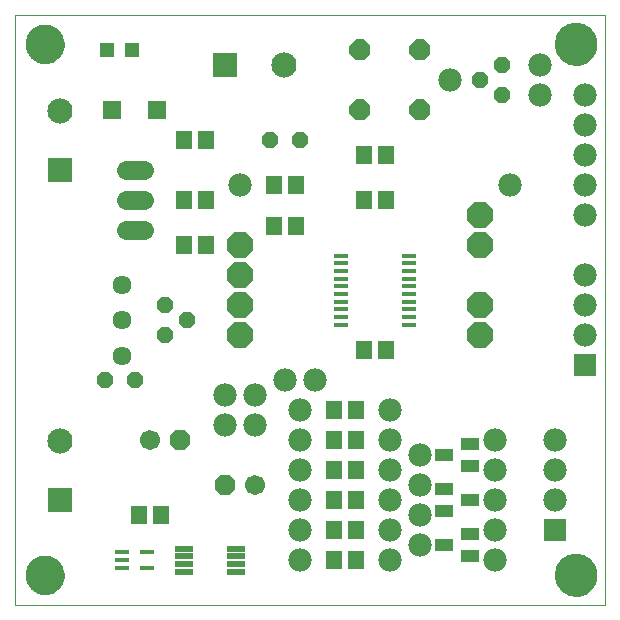
<source format=gts>
G75*
G70*
%OFA0B0*%
%FSLAX24Y24*%
%IPPOS*%
%LPD*%
%AMOC8*
5,1,8,0,0,1.08239X$1,22.5*
%
%ADD10C,0.0000*%
%ADD11C,0.1300*%
%ADD12C,0.1418*%
%ADD13R,0.0512X0.0158*%
%ADD14OC8,0.0700*%
%ADD15R,0.0512X0.0512*%
%ADD16R,0.0552X0.0631*%
%ADD17OC8,0.0560*%
%ADD18OC8,0.0890*%
%ADD19R,0.0600X0.0210*%
%ADD20R,0.0500X0.0180*%
%ADD21R,0.0840X0.0840*%
%ADD22C,0.0840*%
%ADD23OC8,0.0670*%
%ADD24C,0.0670*%
%ADD25R,0.0780X0.0780*%
%ADD26C,0.0780*%
%ADD27C,0.0640*%
%ADD28R,0.0591X0.0591*%
%ADD29C,0.0634*%
%ADD30R,0.0591X0.0434*%
D10*
X002125Y000100D02*
X002125Y019785D01*
X021810Y019785D01*
X021810Y000100D01*
X002125Y000100D01*
X002495Y001100D02*
X002497Y001150D01*
X002503Y001200D01*
X002513Y001249D01*
X002527Y001297D01*
X002544Y001344D01*
X002565Y001389D01*
X002590Y001433D01*
X002618Y001474D01*
X002650Y001513D01*
X002684Y001550D01*
X002721Y001584D01*
X002761Y001614D01*
X002803Y001641D01*
X002847Y001665D01*
X002893Y001686D01*
X002940Y001702D01*
X002988Y001715D01*
X003038Y001724D01*
X003087Y001729D01*
X003138Y001730D01*
X003188Y001727D01*
X003237Y001720D01*
X003286Y001709D01*
X003334Y001694D01*
X003380Y001676D01*
X003425Y001654D01*
X003468Y001628D01*
X003509Y001599D01*
X003548Y001567D01*
X003584Y001532D01*
X003616Y001494D01*
X003646Y001454D01*
X003673Y001411D01*
X003696Y001367D01*
X003715Y001321D01*
X003731Y001273D01*
X003743Y001224D01*
X003751Y001175D01*
X003755Y001125D01*
X003755Y001075D01*
X003751Y001025D01*
X003743Y000976D01*
X003731Y000927D01*
X003715Y000879D01*
X003696Y000833D01*
X003673Y000789D01*
X003646Y000746D01*
X003616Y000706D01*
X003584Y000668D01*
X003548Y000633D01*
X003509Y000601D01*
X003468Y000572D01*
X003425Y000546D01*
X003380Y000524D01*
X003334Y000506D01*
X003286Y000491D01*
X003237Y000480D01*
X003188Y000473D01*
X003138Y000470D01*
X003087Y000471D01*
X003038Y000476D01*
X002988Y000485D01*
X002940Y000498D01*
X002893Y000514D01*
X002847Y000535D01*
X002803Y000559D01*
X002761Y000586D01*
X002721Y000616D01*
X002684Y000650D01*
X002650Y000687D01*
X002618Y000726D01*
X002590Y000767D01*
X002565Y000811D01*
X002544Y000856D01*
X002527Y000903D01*
X002513Y000951D01*
X002503Y001000D01*
X002497Y001050D01*
X002495Y001100D01*
X020136Y001100D02*
X020138Y001152D01*
X020144Y001204D01*
X020154Y001255D01*
X020167Y001305D01*
X020185Y001355D01*
X020206Y001402D01*
X020230Y001448D01*
X020259Y001492D01*
X020290Y001534D01*
X020324Y001573D01*
X020361Y001610D01*
X020401Y001643D01*
X020444Y001674D01*
X020488Y001701D01*
X020534Y001725D01*
X020583Y001745D01*
X020632Y001761D01*
X020683Y001774D01*
X020734Y001783D01*
X020786Y001788D01*
X020838Y001789D01*
X020890Y001786D01*
X020942Y001779D01*
X020993Y001768D01*
X021043Y001754D01*
X021092Y001735D01*
X021139Y001713D01*
X021184Y001688D01*
X021228Y001659D01*
X021269Y001627D01*
X021308Y001592D01*
X021343Y001554D01*
X021376Y001513D01*
X021406Y001471D01*
X021432Y001426D01*
X021455Y001379D01*
X021474Y001330D01*
X021490Y001280D01*
X021502Y001230D01*
X021510Y001178D01*
X021514Y001126D01*
X021514Y001074D01*
X021510Y001022D01*
X021502Y000970D01*
X021490Y000920D01*
X021474Y000870D01*
X021455Y000821D01*
X021432Y000774D01*
X021406Y000729D01*
X021376Y000687D01*
X021343Y000646D01*
X021308Y000608D01*
X021269Y000573D01*
X021228Y000541D01*
X021184Y000512D01*
X021139Y000487D01*
X021092Y000465D01*
X021043Y000446D01*
X020993Y000432D01*
X020942Y000421D01*
X020890Y000414D01*
X020838Y000411D01*
X020786Y000412D01*
X020734Y000417D01*
X020683Y000426D01*
X020632Y000439D01*
X020583Y000455D01*
X020534Y000475D01*
X020488Y000499D01*
X020444Y000526D01*
X020401Y000557D01*
X020361Y000590D01*
X020324Y000627D01*
X020290Y000666D01*
X020259Y000708D01*
X020230Y000752D01*
X020206Y000798D01*
X020185Y000845D01*
X020167Y000895D01*
X020154Y000945D01*
X020144Y000996D01*
X020138Y001048D01*
X020136Y001100D01*
X020136Y018800D02*
X020138Y018852D01*
X020144Y018904D01*
X020154Y018955D01*
X020167Y019005D01*
X020185Y019055D01*
X020206Y019102D01*
X020230Y019148D01*
X020259Y019192D01*
X020290Y019234D01*
X020324Y019273D01*
X020361Y019310D01*
X020401Y019343D01*
X020444Y019374D01*
X020488Y019401D01*
X020534Y019425D01*
X020583Y019445D01*
X020632Y019461D01*
X020683Y019474D01*
X020734Y019483D01*
X020786Y019488D01*
X020838Y019489D01*
X020890Y019486D01*
X020942Y019479D01*
X020993Y019468D01*
X021043Y019454D01*
X021092Y019435D01*
X021139Y019413D01*
X021184Y019388D01*
X021228Y019359D01*
X021269Y019327D01*
X021308Y019292D01*
X021343Y019254D01*
X021376Y019213D01*
X021406Y019171D01*
X021432Y019126D01*
X021455Y019079D01*
X021474Y019030D01*
X021490Y018980D01*
X021502Y018930D01*
X021510Y018878D01*
X021514Y018826D01*
X021514Y018774D01*
X021510Y018722D01*
X021502Y018670D01*
X021490Y018620D01*
X021474Y018570D01*
X021455Y018521D01*
X021432Y018474D01*
X021406Y018429D01*
X021376Y018387D01*
X021343Y018346D01*
X021308Y018308D01*
X021269Y018273D01*
X021228Y018241D01*
X021184Y018212D01*
X021139Y018187D01*
X021092Y018165D01*
X021043Y018146D01*
X020993Y018132D01*
X020942Y018121D01*
X020890Y018114D01*
X020838Y018111D01*
X020786Y018112D01*
X020734Y018117D01*
X020683Y018126D01*
X020632Y018139D01*
X020583Y018155D01*
X020534Y018175D01*
X020488Y018199D01*
X020444Y018226D01*
X020401Y018257D01*
X020361Y018290D01*
X020324Y018327D01*
X020290Y018366D01*
X020259Y018408D01*
X020230Y018452D01*
X020206Y018498D01*
X020185Y018545D01*
X020167Y018595D01*
X020154Y018645D01*
X020144Y018696D01*
X020138Y018748D01*
X020136Y018800D01*
X002495Y018800D02*
X002497Y018850D01*
X002503Y018900D01*
X002513Y018949D01*
X002527Y018997D01*
X002544Y019044D01*
X002565Y019089D01*
X002590Y019133D01*
X002618Y019174D01*
X002650Y019213D01*
X002684Y019250D01*
X002721Y019284D01*
X002761Y019314D01*
X002803Y019341D01*
X002847Y019365D01*
X002893Y019386D01*
X002940Y019402D01*
X002988Y019415D01*
X003038Y019424D01*
X003087Y019429D01*
X003138Y019430D01*
X003188Y019427D01*
X003237Y019420D01*
X003286Y019409D01*
X003334Y019394D01*
X003380Y019376D01*
X003425Y019354D01*
X003468Y019328D01*
X003509Y019299D01*
X003548Y019267D01*
X003584Y019232D01*
X003616Y019194D01*
X003646Y019154D01*
X003673Y019111D01*
X003696Y019067D01*
X003715Y019021D01*
X003731Y018973D01*
X003743Y018924D01*
X003751Y018875D01*
X003755Y018825D01*
X003755Y018775D01*
X003751Y018725D01*
X003743Y018676D01*
X003731Y018627D01*
X003715Y018579D01*
X003696Y018533D01*
X003673Y018489D01*
X003646Y018446D01*
X003616Y018406D01*
X003584Y018368D01*
X003548Y018333D01*
X003509Y018301D01*
X003468Y018272D01*
X003425Y018246D01*
X003380Y018224D01*
X003334Y018206D01*
X003286Y018191D01*
X003237Y018180D01*
X003188Y018173D01*
X003138Y018170D01*
X003087Y018171D01*
X003038Y018176D01*
X002988Y018185D01*
X002940Y018198D01*
X002893Y018214D01*
X002847Y018235D01*
X002803Y018259D01*
X002761Y018286D01*
X002721Y018316D01*
X002684Y018350D01*
X002650Y018387D01*
X002618Y018426D01*
X002590Y018467D01*
X002565Y018511D01*
X002544Y018556D01*
X002527Y018603D01*
X002513Y018651D01*
X002503Y018700D01*
X002497Y018750D01*
X002495Y018800D01*
D11*
X003125Y018800D03*
X003125Y001100D03*
D12*
X020825Y001100D03*
X020825Y018800D03*
D13*
X015267Y011752D03*
X015267Y011496D03*
X015267Y011240D03*
X015267Y010984D03*
X015267Y010728D03*
X015267Y010472D03*
X015267Y010216D03*
X015267Y009960D03*
X015267Y009704D03*
X015267Y009448D03*
X012983Y009448D03*
X012983Y009704D03*
X012983Y009960D03*
X012983Y010216D03*
X012983Y010472D03*
X012983Y010728D03*
X012983Y010984D03*
X012983Y011240D03*
X012983Y011496D03*
X012983Y011752D03*
D14*
X013625Y016600D03*
X015625Y016600D03*
X015625Y018600D03*
X013625Y018600D03*
D15*
X006038Y018600D03*
X005212Y018600D03*
D16*
X007751Y015600D03*
X008499Y015600D03*
X008499Y013600D03*
X007751Y013600D03*
X007751Y012100D03*
X008499Y012100D03*
X010751Y012750D03*
X011499Y012750D03*
X011499Y014100D03*
X010751Y014100D03*
X013751Y013600D03*
X014499Y013600D03*
X014499Y015100D03*
X013751Y015100D03*
X013751Y008600D03*
X014499Y008600D03*
X013499Y006600D03*
X012751Y006600D03*
X012751Y005600D03*
X013499Y005600D03*
X013499Y004600D03*
X012751Y004600D03*
X012751Y003600D03*
X013499Y003600D03*
X013499Y002600D03*
X012751Y002600D03*
X012751Y001600D03*
X013499Y001600D03*
X006999Y003100D03*
X006251Y003100D03*
D17*
X006125Y007600D03*
X005125Y007600D03*
X007125Y009100D03*
X007875Y009600D03*
X007125Y010100D03*
X010625Y015600D03*
X011625Y015600D03*
X017625Y017600D03*
X018375Y017100D03*
X018375Y018100D03*
D18*
X017625Y013100D03*
X017625Y012100D03*
X017625Y010100D03*
X017625Y009100D03*
X009625Y009100D03*
X009625Y010100D03*
X009625Y011100D03*
X009625Y012100D03*
D19*
X009485Y001980D03*
X009485Y001730D03*
X009485Y001470D03*
X009485Y001220D03*
X007765Y001220D03*
X007765Y001470D03*
X007765Y001730D03*
X007765Y001980D03*
D20*
X006535Y001860D03*
X006535Y001340D03*
X005715Y001340D03*
X005715Y001600D03*
X005715Y001860D03*
D21*
X003625Y003600D03*
X003625Y014600D03*
X009125Y018100D03*
D22*
X011094Y018100D03*
X003625Y016569D03*
X003625Y005569D03*
D23*
X007625Y005600D03*
X009125Y004100D03*
D24*
X010125Y004100D03*
X006625Y005600D03*
D25*
X020125Y002600D03*
X021125Y008100D03*
D26*
X021125Y009100D03*
X021125Y010100D03*
X021125Y011100D03*
X021125Y013100D03*
X021125Y014100D03*
X021125Y015100D03*
X021125Y016100D03*
X021125Y017100D03*
X019625Y017100D03*
X019625Y018100D03*
X016625Y017600D03*
X018625Y014100D03*
X012125Y007600D03*
X011125Y007600D03*
X010125Y007100D03*
X010125Y006100D03*
X009125Y006100D03*
X009125Y007100D03*
X011625Y006600D03*
X011625Y005600D03*
X011625Y004600D03*
X011625Y003600D03*
X011625Y002600D03*
X011625Y001600D03*
X014625Y001600D03*
X014625Y002600D03*
X014625Y003600D03*
X014625Y004600D03*
X014625Y005600D03*
X014625Y006600D03*
X015625Y005100D03*
X015625Y004100D03*
X015625Y003100D03*
X015625Y002100D03*
X018125Y001600D03*
X018125Y002600D03*
X018125Y003600D03*
X018125Y004600D03*
X018125Y005600D03*
X020125Y005600D03*
X020125Y004600D03*
X020125Y003600D03*
X009625Y014100D03*
D27*
X006425Y013600D02*
X005825Y013600D01*
X005825Y012600D02*
X006425Y012600D01*
X006425Y014600D02*
X005825Y014600D01*
D28*
X005377Y016600D03*
X006873Y016600D03*
D29*
X005684Y010781D03*
X005684Y009600D03*
X005684Y008419D03*
D30*
X016442Y005100D03*
X017308Y004726D03*
X017308Y005474D03*
X016442Y003974D03*
X016442Y003226D03*
X017308Y003600D03*
X017308Y002474D03*
X016442Y002100D03*
X017308Y001726D03*
M02*

</source>
